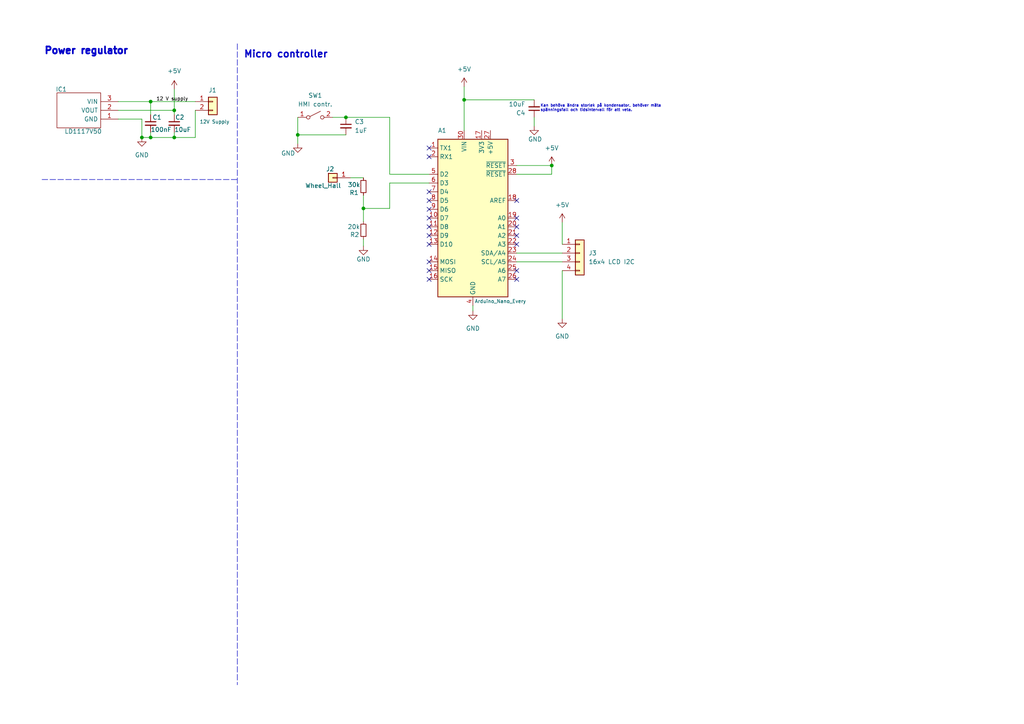
<source format=kicad_sch>
(kicad_sch (version 20211123) (generator eeschema)
  (paper "A4")
  (lib_symbols
    (symbol "+5V_1" (power) (pin_names (offset 0))
      (property "Value" "+5V_1" (at 0 3.556 0))
      (symbol "+5V_1_0_1"
        (polyline (pts (xy -0.762 1.27) (xy 0 2.54)))
        (polyline (pts (xy 0 0) (xy 0 2.54)))
        (polyline (pts (xy 0 2.54) (xy 0.762 1.27)))
      )
      (symbol "+5V_1_1_1"
        (pin power_in line (at 0 0 90) (length 0) hide (name "+5V") (number "1"))
      )
    )
    (symbol "Connector_Generic:Conn_01x01" (pin_names (offset 1.016) hide)
      (property "Reference" "J" (at 0 2.54 0))
      (property "Value" "Conn_01x01" (at 0 -2.54 0))
      (symbol "Conn_01x01_1_1"
        (rectangle (start -1.27 0.127) (end 0 -0.127) (stroke (width 0.1524)))
        (rectangle (start -1.27 1.27) (end 1.27 -1.27) (stroke (width 0.254)) (fill (type background)))
        (pin passive line (at -5.08 0 0) (length 3.81) (name "Pin_1") (number "1"))
      )
    )
    (symbol "Connector_Generic:Conn_01x02" (pin_names (offset 1.016) hide)
      (property "Reference" "J" (at 0 2.54 0))
      (property "Value" "Conn_01x02" (at 0 -5.08 0))
      (symbol "Conn_01x02_1_1"
        (rectangle (start -1.27 -2.413) (end 0 -2.667) (stroke (width 0.1524)))
        (rectangle (start -1.27 0.127) (end 0 -0.127) (stroke (width 0.1524)))
        (rectangle (start -1.27 1.27) (end 1.27 -3.81) (stroke (width 0.254)) (fill (type background)))
        (pin passive line (at -5.08 0 0) (length 3.81) (name "Pin_1") (number "1"))
        (pin passive line (at -5.08 -2.54 0) (length 3.81) (name "Pin_2") (number "2"))
      )
    )
    (symbol "Connector_Generic:Conn_01x04" (pin_names (offset 1.016) hide)
      (property "Reference" "J" (at 0 5.08 0))
      (property "Value" "Conn_01x04" (at 0 -7.62 0))
      (symbol "Conn_01x04_1_1"
        (rectangle (start -1.27 -4.953) (end 0 -5.207) (stroke (width 0.1524)))
        (rectangle (start -1.27 -2.413) (end 0 -2.667) (stroke (width 0.1524)))
        (rectangle (start -1.27 0.127) (end 0 -0.127) (stroke (width 0.1524)))
        (rectangle (start -1.27 2.667) (end 0 2.413) (stroke (width 0.1524)))
        (rectangle (start -1.27 3.81) (end 1.27 -6.35) (stroke (width 0.254)) (fill (type background)))
        (pin passive line (at -5.08 2.54 0) (length 3.81) (name "Pin_1") (number "1"))
        (pin passive line (at -5.08 0 0) (length 3.81) (name "Pin_2") (number "2"))
        (pin passive line (at -5.08 -2.54 0) (length 3.81) (name "Pin_3") (number "3"))
        (pin passive line (at -5.08 -5.08 0) (length 3.81) (name "Pin_4") (number "4"))
      )
    )
    (symbol "Device:C_Small" (pin_numbers hide) (pin_names (offset 0.254) hide)
      (property "Reference" "C" (at 0.254 1.778 0))
      (property "Value" "C_Small" (at 0.254 -2.032 0))
      (symbol "C_Small_0_1"
        (polyline (pts (xy -1.524 -0.508) (xy 1.524 -0.508)) (stroke (width 0.3302)))
        (polyline (pts (xy -1.524 0.508) (xy 1.524 0.508)) (stroke (width 0.3048)))
      )
      (symbol "C_Small_1_1"
        (pin passive line (at 0 2.54 270) (length 2.032) (name "~") (number "1"))
        (pin passive line (at 0 -2.54 90) (length 2.032) (name "~") (number "2"))
      )
    )
    (symbol "Device:R_Small" (pin_numbers hide) (pin_names (offset 0.254) hide)
      (property "Reference" "R" (at 0.762 0.508 0))
      (property "Value" "R_Small" (at 0.762 -1.016 0))
      (symbol "R_Small_0_1"
        (rectangle (start -0.762 1.778) (end 0.762 -1.778) (stroke (width 0.2032)))
      )
      (symbol "R_Small_1_1"
        (pin passive line (at 0 2.54 270) (length 0.762) (name "~") (number "1"))
        (pin passive line (at 0 -2.54 90) (length 0.762) (name "~") (number "2"))
      )
    )
    (symbol "GND_1" (power) (pin_names (offset 0))
      (property "Value" "GND_1" (at 0 -3.81 0))
      (symbol "GND_1_0_1"
        (polyline (pts (xy 0 0) (xy 0 -1.27) (xy 1.27 -1.27) (xy 0 -2.54) (xy -1.27 -1.27) (xy 0 -1.27)))
      )
      (symbol "GND_1_1_1"
        (pin power_in line (at 0 0 270) (length 0) hide (name "GND") (number "1"))
      )
    )
    (symbol "MCU_Module:Arduino_Nano_Every"
      (property "Reference" "A" (at -10.16 23.495 0))
      (property "Value" "Arduino_Nano_Every" (at 5.08 -24.13 0))
      (symbol "Arduino_Nano_Every_0_1"
        (rectangle (start -10.16 22.86) (end 10.16 -22.86) (stroke (width 0.254)) (fill (type background)))
      )
      (symbol "Arduino_Nano_Every_1_1"
        (pin bidirectional line (at -12.7 20.32 0) (length 2.54) (name "TX1") (number "1"))
        (pin bidirectional line (at -12.7 0 0) (length 2.54) (name "D7") (number "10"))
        (pin bidirectional line (at -12.7 -2.54 0) (length 2.54) (name "D8") (number "11"))
        (pin bidirectional line (at -12.7 -5.08 0) (length 2.54) (name "D9") (number "12"))
        (pin bidirectional line (at -12.7 -7.62 0) (length 2.54) (name "D10") (number "13"))
        (pin bidirectional line (at -12.7 -12.7 0) (length 2.54) (name "MOSI") (number "14"))
        (pin bidirectional line (at -12.7 -15.24 0) (length 2.54) (name "MISO") (number "15"))
        (pin bidirectional line (at -12.7 -17.78 0) (length 2.54) (name "SCK") (number "16"))
        (pin power_out line (at 2.54 25.4 270) (length 2.54) (name "3V3") (number "17"))
        (pin input line (at 12.7 5.08 180) (length 2.54) (name "AREF") (number "18"))
        (pin bidirectional line (at 12.7 0 180) (length 2.54) (name "A0") (number "19"))
        (pin bidirectional line (at -12.7 17.78 0) (length 2.54) (name "RX1") (number "2"))
        (pin bidirectional line (at 12.7 -2.54 180) (length 2.54) (name "A1") (number "20"))
        (pin bidirectional line (at 12.7 -5.08 180) (length 2.54) (name "A2") (number "21"))
        (pin bidirectional line (at 12.7 -7.62 180) (length 2.54) (name "A3") (number "22"))
        (pin bidirectional line (at 12.7 -10.16 180) (length 2.54) (name "SDA/A4") (number "23"))
        (pin bidirectional line (at 12.7 -12.7 180) (length 2.54) (name "SCL/A5") (number "24"))
        (pin bidirectional line (at 12.7 -15.24 180) (length 2.54) (name "A6") (number "25"))
        (pin bidirectional line (at 12.7 -17.78 180) (length 2.54) (name "A7") (number "26"))
        (pin power_out line (at 5.08 25.4 270) (length 2.54) (name "+5V") (number "27"))
        (pin input line (at 12.7 12.7 180) (length 2.54) (name "~{RESET}") (number "28"))
        (pin passive line (at 0 -25.4 90) (length 2.54) hide (name "GND") (number "29"))
        (pin input line (at 12.7 15.24 180) (length 2.54) (name "~{RESET}") (number "3"))
        (pin power_in line (at -2.54 25.4 270) (length 2.54) (name "VIN") (number "30"))
        (pin power_in line (at 0 -25.4 90) (length 2.54) (name "GND") (number "4"))
        (pin bidirectional line (at -12.7 12.7 0) (length 2.54) (name "D2") (number "5"))
        (pin bidirectional line (at -12.7 10.16 0) (length 2.54) (name "D3") (number "6"))
        (pin bidirectional line (at -12.7 7.62 0) (length 2.54) (name "D4") (number "7"))
        (pin bidirectional line (at -12.7 5.08 0) (length 2.54) (name "D5") (number "8"))
        (pin bidirectional line (at -12.7 2.54 0) (length 2.54) (name "D6") (number "9"))
      )
    )
    (symbol "Switch:SW_SPST" (pin_names (offset 0) hide)
      (property "Reference" "SW" (at 0 3.175 0))
      (property "Value" "SW_SPST" (at 0 -2.54 0))
      (symbol "SW_SPST_0_0"
        (circle (center -2.032 0) (radius 0.508))
        (polyline (pts (xy -1.524 0.254) (xy 1.524 1.778)))
        (circle (center 2.032 0) (radius 0.508))
      )
      (symbol "SW_SPST_1_1"
        (pin passive line (at -5.08 0 0) (length 2.54) (name "A") (number "1"))
        (pin passive line (at 5.08 0 180) (length 2.54) (name "B") (number "2"))
      )
    )
    (symbol "components:LD1117V50" (pin_names (offset 0.762))
      (property "Reference" "IC" (at -5.08 6.35 0))
      (property "Value" "LD1117V50" (at -2.54 -6.35 0))
      (symbol "LD1117V50_0_0"
        (pin power_in line (at -11.43 2.54 0) (length 5.08) (name "GND") (number "1"))
        (pin output line (at -11.43 0 0) (length 5.08) (name "VOUT") (number "2"))
        (pin input line (at -11.43 -2.54 0) (length 5.08) (name "VIN") (number "3"))
      )
      (symbol "LD1117V50_0_1"
        (polyline (pts (xy -6.35 5.08) (xy 6.35 5.08) (xy 6.35 -5.08) (xy -6.35 -5.08) (xy -6.35 5.08)) (stroke (width 0.1524)))
      )
    )
    (symbol "power:+5V" (power) (pin_names (offset 0))
      (property "Value" "+5V" (at 0 3.556 0))
      (symbol "+5V_0_1"
        (polyline (pts (xy -0.762 1.27) (xy 0 2.54)))
        (polyline (pts (xy 0 0) (xy 0 2.54)))
        (polyline (pts (xy 0 2.54) (xy 0.762 1.27)))
      )
      (symbol "+5V_1_1"
        (pin power_in line (at 0 0 90) (length 0) hide (name "+5V") (number "1"))
      )
    )
    (symbol "power:GND" (power) (pin_names (offset 0))
      (property "Value" "GND" (at 0 -3.81 0))
      (symbol "GND_0_1"
        (polyline (pts (xy 0 0) (xy 0 -1.27) (xy 1.27 -1.27) (xy 0 -2.54) (xy -1.27 -1.27) (xy 0 -1.27)))
      )
      (symbol "GND_1_1"
        (pin power_in line (at 0 0 270) (length 0) hide (name "GND") (number "1"))
      )
    )
  )
  (junction (at 86.36 39.116))
  (junction (at 134.62 28.956))
  (junction (at 100.33 34.036))
  (junction (at 105.41 60.452))
  (junction (at 43.688 39.878))
  (junction (at 41.148 39.878))
  (junction (at 160.02 48.006))
  (junction (at 50.546 32.004))
  (junction (at 43.688 29.464))
  (junction (at 50.546 39.878))
  (no_connect (at 124.46 60.706))
  (no_connect (at 124.46 58.166))
  (no_connect (at 149.86 70.866))
  (no_connect (at 124.46 68.326))
  (no_connect (at 124.46 55.626))
  (no_connect (at 124.46 81.026))
  (no_connect (at 124.46 70.866))
  (no_connect (at 124.46 65.786))
  (no_connect (at 124.46 45.466))
  (no_connect (at 149.86 68.326))
  (no_connect (at 124.46 63.246))
  (no_connect (at 149.86 78.486))
  (no_connect (at 149.86 63.246))
  (no_connect (at 149.86 58.166))
  (no_connect (at 149.86 81.026))
  (no_connect (at 124.46 75.946))
  (no_connect (at 124.46 78.486))
  (no_connect (at 124.46 42.926))
  (no_connect (at 149.86 65.786))
  (polyline (pts (xy 68.834 12.7) (xy 68.834 198.628)))
  (wire (pts (xy 43.688 38.354) (xy 43.688 39.878)))
  (wire (pts (xy 43.688 33.274) (xy 43.688 29.464)))
  (wire (pts (xy 163.068 78.486) (xy 163.068 92.456)))
  (wire (pts (xy 86.36 39.116) (xy 86.36 41.656)))
  (wire (pts (xy 34.29 32.004) (xy 50.546 32.004)))
  (wire (pts (xy 105.41 69.342) (xy 105.41 71.374)))
  (wire (pts (xy 134.62 28.956) (xy 134.62 37.846)))
  (wire (pts (xy 96.52 34.036) (xy 100.33 34.036)))
  (wire (pts (xy 105.41 60.452) (xy 105.41 64.262)))
  (wire (pts (xy 43.688 39.878) (xy 41.148 39.878)))
  (wire (pts (xy 56.642 32.004) (xy 56.642 39.878)))
  (wire (pts (xy 50.546 25.908) (xy 50.546 32.004)))
  (wire (pts (xy 50.546 39.878) (xy 43.688 39.878)))
  (wire (pts (xy 113.03 60.452) (xy 105.41 60.452)))
  (wire (pts (xy 56.642 39.878) (xy 50.546 39.878)))
  (wire (pts (xy 86.36 39.116) (xy 100.33 39.116)))
  (wire (pts (xy 105.41 56.642) (xy 105.41 60.452)))
  (wire (pts (xy 124.46 53.086) (xy 113.03 53.086)))
  (wire (pts (xy 43.688 29.464) (xy 56.642 29.464)))
  (wire (pts (xy 134.62 28.956) (xy 154.94 28.956)))
  (wire (pts (xy 41.148 34.544) (xy 34.29 34.544)))
  (wire (pts (xy 149.86 50.546) (xy 160.02 50.546)))
  (wire (pts (xy 154.94 34.036) (xy 154.94 36.576)))
  (polyline (pts (xy 12.192 52.07) (xy 68.834 52.07)))
  (wire (pts (xy 149.86 75.946) (xy 163.068 75.946)))
  (wire (pts (xy 137.16 88.646) (xy 137.16 90.17)))
  (wire (pts (xy 113.03 53.086) (xy 113.03 60.452)))
  (wire (pts (xy 50.546 32.004) (xy 50.546 33.274)))
  (wire (pts (xy 149.86 48.006) (xy 160.02 48.006)))
  (wire (pts (xy 160.02 50.546) (xy 160.02 48.006)))
  (wire (pts (xy 86.36 34.036) (xy 86.36 39.116)))
  (wire (pts (xy 101.6 51.562) (xy 105.41 51.562)))
  (wire (pts (xy 113.03 50.546) (xy 124.46 50.546)))
  (wire (pts (xy 34.29 29.464) (xy 43.688 29.464)))
  (wire (pts (xy 149.86 73.406) (xy 163.068 73.406)))
  (wire (pts (xy 134.62 25.146) (xy 134.62 28.956)))
  (wire (pts (xy 100.33 34.036) (xy 113.03 34.036)))
  (wire (pts (xy 163.068 64.516) (xy 163.068 70.866)))
  (wire (pts (xy 50.546 38.354) (xy 50.546 39.878)))
  (wire (pts (xy 113.03 34.036) (xy 113.03 50.546)))
  (wire (pts (xy 41.148 34.544) (xy 41.148 39.878)))
  (text "Power regulator " (at 12.7 16.002 0) (effects (font (size 2 2) (thickness 0.5) bold) (justify left bottom)))
  (text "Micro controller" (at 70.612 17.018 0) (effects (font (size 2 2) bold) (justify left bottom)))
  (text "Kan behöva ändra storlek på kondensator, behöver mäta \nspänningsfall och tidsintervall för att veta." (at 156.718 32.512 0) (effects (font (size 0.8 0.8)) (justify left bottom)))
  (label "12 V supply" (at 54.61 29.464 180) (effects (font (size 1 1))))
  (symbol (lib_id "Device:C_Small") (at 100.33 36.576 0) (unit 1)
    (property "Reference" "C3" (at 102.87 35.3122 0) (effects (justify left)))
    (property "Value" "1uF" (at 102.87 37.8522 0) (effects (justify left)))
  )
  (symbol (lib_id "Connector_Generic:Conn_01x04") (at 168.148 73.406 0) (unit 1)
    (property "Reference" "J3" (at 170.688 73.4059 0) (effects (justify left)))
    (property "Value" "16x4 LCD I2C" (at 170.688 75.9459 0) (effects (justify left)))
  )
  (symbol (lib_id "power:GND") (at 154.94 36.576 0) (unit 1)
    (property "Reference" "#PWR07" (effects hide))
    (property "Value" "GND" (at 155.194 40.386 0))
  )
  (symbol (lib_id "power:GND") (at 163.068 92.456 0) (unit 1)
    (property "Reference" "#PWR010" (effects hide))
    (property "Value" "GND" (at 163.068 97.536 0))
  )
  (symbol (lib_id "Device:C_Small") (at 50.546 35.814 0) (unit 1)
    (property "Reference" "C2" (at 50.8 34.036 0) (effects (justify left)))
    (property "Value" "10uF" (at 50.546 37.592 0) (effects (justify left)))
  )
  (symbol (lib_id "power:+5V") (at 160.02 48.006 0) (unit 1)
    (property "Reference" "#PWR08" (effects hide))
    (property "Value" "+5V" (at 160.02 42.926 0))
  )
  (symbol (lib_id "MCU_Module:Arduino_Nano_Every") (at 137.16 63.246 0) (unit 1)
    (property "Reference" "A1" (at 127 37.846 0) (effects (justify left)))
    (property "Value" "Arduino_Nano_Every" (at 137.668 87.376 0) (effects (font (size 1 1)) (justify left)))
    (property "Footprint" "Module:Arduino_Nano" (effects hide))
    (property "Datasheet" "https://content.arduino.cc/assets/NANOEveryV3.0_sch.pdf" (effects hide))
  )
  (symbol (lib_id "Device:R_Small") (at 105.41 66.802 180) (unit 1)
    (property "Reference" "R2" (at 102.87 68.072 0))
    (property "Value" "20k" (at 102.616 65.786 0))
  )
  (symbol (lib_id "power:+5V") (at 163.068 64.516 0) (unit 1)
    (property "Reference" "#PWR09" (effects hide))
    (property "Value" "+5V" (at 163.068 59.436 0))
  )
  (symbol (lib_id "components:LD1117V50") (at 22.86 32.004 180) (unit 1)
    (property "Reference" "IC1" (at 17.78 25.908 0))
    (property "Value" "LD1117V50" (at 24.13 38.1 0))
    (property "Footprint" "TO270P460X1020X2008-3P" (effects hide))
    (property "Datasheet" "http://www.st.com/web/en/resource/technical/document/datasheet/CD00000544.pdf" (effects hide))
    (property "Description" "LD1117V50, Low Dropout Voltage Regulator, 1.3A, 5 V +/-1%, 3-Pin TO-220" (effects hide))
    (property "Height" "4.6" (effects hide))
    (property "Manufacturer_Name" "STMicroelectronics" (effects hide))
    (property "Manufacturer_Part_Number" "LD1117V50" (effects hide))
    (property "Mouser Part Number" "511-LD1117V50" (effects hide))
    (property "Mouser Price/Stock" "https://www.mouser.co.uk/ProductDetail/STMicroelectronics/LD1117V50?qs=arR7071Fstdq5MS%2FejBvyQ%3D%3D" (effects hide))
    (property "Arrow Part Number" "LD1117V50" (effects hide))
    (property "Arrow Price/Stock" "https://www.arrow.com/en/products/ld1117v50/stmicroelectronics?region=europe" (effects hide))
  )
  (symbol (lib_id "power:GND") (at 86.36 41.656 0) (unit 1)
    (property "Reference" "#PWR03" (effects hide))
    (property "Value" "GND" (at 83.566 44.45 0))
  )
  (symbol (lib_name "+5V_1") (lib_id "power:+5V") (at 50.546 25.908 0) (unit 1)
    (property "Reference" "#PWR02" (effects hide))
    (property "Value" "+5V" (at 50.546 20.574 0))
  )
  (symbol (lib_id "power:GND") (at 105.41 71.374 0) (unit 1)
    (property "Reference" "#PWR04" (effects hide))
    (property "Value" "GND" (at 105.41 75.184 0))
  )
  (symbol (lib_name "GND_1") (lib_id "power:GND") (at 41.148 39.878 0) (unit 1)
    (property "Reference" "#PWR01" (effects hide))
    (property "Value" "GND" (at 41.148 44.958 0))
  )
  (symbol (lib_id "Connector_Generic:Conn_01x02") (at 61.722 29.464 0) (unit 1)
    (property "Reference" "J1" (at 60.452 26.162 0) (effects (justify left)))
    (property "Value" "12V Supply" (at 57.912 35.306 0) (effects (font (size 1 1)) (justify left)))
  )
  (symbol (lib_id "Connector_Generic:Conn_01x01") (at 96.52 51.562 180) (unit 1)
    (property "Reference" "J2" (at 95.758 49.022 0))
    (property "Value" "Wheel_Hall" (at 93.726 53.848 0))
  )
  (symbol (lib_id "Switch:SW_SPST") (at 91.44 34.036 0) (unit 1)
    (property "Reference" "SW1" (at 91.44 27.686 0))
    (property "Value" "HMI contr." (at 91.44 30.226 0))
  )
  (symbol (lib_id "Device:R_Small") (at 105.41 54.102 0) (unit 1)
    (property "Reference" "R1" (at 101.346 55.88 0) (effects (justify left)))
    (property "Value" "30k" (at 100.838 53.594 0) (effects (justify left)))
  )
  (symbol (lib_id "power:+5V") (at 134.62 25.146 0) (unit 1)
    (property "Reference" "#PWR05" (effects hide))
    (property "Value" "+5V" (at 134.62 20.066 0))
  )
  (symbol (lib_id "Device:C_Small") (at 154.94 31.496 180) (unit 1)
    (property "Reference" "C4" (at 152.4 32.766 0) (effects (justify left)))
    (property "Value" "10uF" (at 152.4 30.2198 0) (effects (justify left)))
  )
  (symbol (lib_id "Device:C_Small") (at 43.688 35.814 0) (unit 1)
    (property "Reference" "C1" (at 44.196 34.036 0) (effects (justify left)))
    (property "Value" "100nF" (at 43.688 37.592 0) (effects (justify left)))
  )
  (symbol (lib_id "power:GND") (at 137.16 90.17 0) (unit 1)
    (property "Reference" "#PWR06" (effects hide))
    (property "Value" "GND" (at 137.16 95.25 0))
  )
)
</source>
